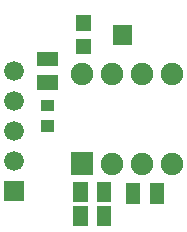
<source format=gts>
G04 Layer: TopSolderMaskLayer*
G04 EasyEDA v6.4.19.4, 2021-04-26T14:19:55+08:00*
G04 bb5b95a08457485f97d9af8ca6741c64,50e18b4aeadc48e1a6b1b5d6e25f7a68,10*
G04 Gerber Generator version 0.2*
G04 Scale: 100 percent, Rotated: No, Reflected: No *
G04 Dimensions in millimeters *
G04 leading zeros omitted , absolute positions ,4 integer and 5 decimal *
%FSLAX45Y45*%
%MOMM*%

%ADD26C,1.6764*%
%ADD27R,1.6764X1.6764*%
%ADD32C,1.9016*%

%LPD*%
G36*
X890778Y-1687829D02*
G01*
X890778Y-1512570D01*
X1011173Y-1512570D01*
X1011173Y-1687829D01*
G37*
G36*
X690626Y-1687829D02*
G01*
X690626Y-1512570D01*
X811021Y-1512570D01*
X811021Y-1687829D01*
G37*
G36*
X690626Y-1891029D02*
G01*
X690626Y-1715770D01*
X811021Y-1715770D01*
X811021Y-1891029D01*
G37*
G36*
X890778Y-1891029D02*
G01*
X890778Y-1715770D01*
X1011173Y-1715770D01*
X1011173Y-1891029D01*
G37*
G36*
X1135126Y-1700529D02*
G01*
X1135126Y-1525270D01*
X1255521Y-1525270D01*
X1255521Y-1700529D01*
G37*
G36*
X1335278Y-1700529D02*
G01*
X1335278Y-1525270D01*
X1455673Y-1525270D01*
X1455673Y-1700529D01*
G37*
D26*
G01*
X190500Y-571500D03*
G01*
X190500Y-825500D03*
G01*
X190500Y-1079500D03*
G01*
X190500Y-1333500D03*
D27*
G01*
X190500Y-1587500D03*
G36*
X382270Y-531621D02*
G01*
X382270Y-411226D01*
X557529Y-411226D01*
X557529Y-531621D01*
G37*
G36*
X382270Y-731773D02*
G01*
X382270Y-611378D01*
X557529Y-611378D01*
X557529Y-731773D01*
G37*
G36*
X1022095Y-351789D02*
G01*
X1022095Y-181610D01*
X1182370Y-181610D01*
X1182370Y-351789D01*
G37*
G36*
X712215Y-231902D02*
G01*
X712215Y-101600D01*
X842263Y-101600D01*
X842263Y-231902D01*
G37*
G36*
X712215Y-431800D02*
G01*
X712215Y-301497D01*
X842263Y-301497D01*
X842263Y-431800D01*
G37*
G36*
X667004Y-1453895D02*
G01*
X667004Y-1263904D01*
X856995Y-1263904D01*
X856995Y-1453895D01*
G37*
D32*
G01*
X1016000Y-1358900D03*
G01*
X1270000Y-1358900D03*
G01*
X1524000Y-1358900D03*
G01*
X1524000Y-596900D03*
G01*
X1270000Y-596900D03*
G01*
X1016000Y-596900D03*
G01*
X762000Y-596900D03*
G36*
X414781Y-1087628D02*
G01*
X414781Y-987297D01*
X525018Y-987297D01*
X525018Y-1087628D01*
G37*
G36*
X414781Y-917447D02*
G01*
X414781Y-817371D01*
X525018Y-817371D01*
X525018Y-917447D01*
G37*
M02*

</source>
